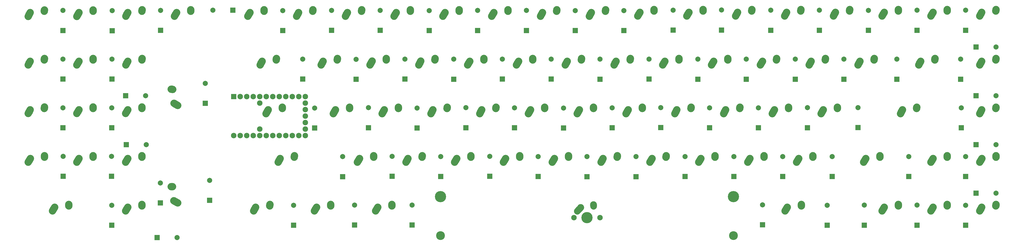
<source format=gbr>
G04 #@! TF.GenerationSoftware,KiCad,Pcbnew,(5.0.0)*
G04 #@! TF.CreationDate,2018-09-24T14:53:38-06:00*
G04 #@! TF.ProjectId,SouthPole,536F757468506F6C652E6B696361645F,rev?*
G04 #@! TF.SameCoordinates,Original*
G04 #@! TF.FileFunction,Soldermask,Bot*
G04 #@! TF.FilePolarity,Negative*
%FSLAX46Y46*%
G04 Gerber Fmt 4.6, Leading zero omitted, Abs format (unit mm)*
G04 Created by KiCad (PCBNEW (5.0.0)) date 09/24/18 14:53:38*
%MOMM*%
%LPD*%
G01*
G04 APERTURE LIST*
%ADD10C,2.900000*%
%ADD11C,2.900000*%
%ADD12C,4.387800*%
%ADD13C,3.448000*%
%ADD14C,2.150000*%
%ADD15C,2.650000*%
%ADD16C,2.650000*%
%ADD17C,2.000000*%
%ADD18R,2.000000X2.000000*%
%ADD19C,2.152600*%
%ADD20R,2.152600X2.152600*%
G04 APERTURE END LIST*
D10*
G04 #@! TO.C,K15*
X94376250Y-65261250D03*
D11*
X94781703Y-64531296D02*
X93970797Y-65991204D01*
D10*
X100301250Y-63741250D03*
D11*
X100320974Y-63451922D02*
X100281526Y-64030578D01*
G04 #@! TD*
D10*
G04 #@! TO.C,K77*
X376395000Y-63647500D03*
D11*
X376414724Y-63358172D02*
X376375276Y-63936828D01*
D10*
X370470000Y-65167500D03*
D11*
X370875453Y-64437546D02*
X370064547Y-65897454D01*
G04 #@! TD*
D10*
G04 #@! TO.C,K79*
X395426250Y-63647500D03*
D11*
X395445974Y-63358172D02*
X395406526Y-63936828D01*
D10*
X389501250Y-65167500D03*
D11*
X389906703Y-64437546D02*
X389095797Y-65897454D01*
G04 #@! TD*
D10*
G04 #@! TO.C,K78*
X390645000Y-82772500D03*
D11*
X390664724Y-82483172D02*
X390625276Y-83061828D01*
D10*
X384720000Y-84292500D03*
D11*
X385125453Y-83562546D02*
X384314547Y-85022454D01*
G04 #@! TD*
D10*
G04 #@! TO.C,K74*
X383520000Y-101803750D03*
D11*
X383539724Y-101514422D02*
X383500276Y-102093078D01*
D10*
X377595000Y-103323750D03*
D11*
X378000453Y-102593796D02*
X377189547Y-104053704D01*
G04 #@! TD*
D10*
G04 #@! TO.C,K70*
X369193750Y-120835000D03*
D11*
X369213474Y-120545672D02*
X369174026Y-121124328D01*
D10*
X363268750Y-122355000D03*
D11*
X363674203Y-121625046D02*
X362863297Y-123084954D01*
G04 #@! TD*
D10*
G04 #@! TO.C,K62*
X338520000Y-139866250D03*
D11*
X338539724Y-139576922D02*
X338500276Y-140155578D01*
D10*
X332595000Y-141386250D03*
D11*
X333000453Y-140656296D02*
X332189547Y-142116204D01*
G04 #@! TD*
D12*
G04 #@! TO.C,K45*
X312056250Y-136495000D03*
X197756250Y-136495000D03*
D13*
X312056250Y-151735000D03*
X197756250Y-151735000D03*
D14*
X259986250Y-144750000D03*
X249826250Y-144750000D03*
D15*
X252406250Y-140750000D03*
D12*
X254906250Y-144750000D03*
D15*
X251751251Y-141480000D03*
D16*
X251096250Y-142210000D02*
X252406252Y-140750000D01*
D15*
X257446250Y-139670000D03*
X257426250Y-139960000D03*
D16*
X257406250Y-140250000D02*
X257446250Y-139670000D01*
G04 #@! TD*
D10*
G04 #@! TO.C,K32*
X178770000Y-139866250D03*
D11*
X178789724Y-139576922D02*
X178750276Y-140155578D01*
D10*
X172845000Y-141386250D03*
D11*
X173250453Y-140656296D02*
X172439547Y-142116204D01*
G04 #@! TD*
D10*
G04 #@! TO.C,K27*
X154893750Y-139855000D03*
D11*
X154913474Y-139565672D02*
X154874026Y-140144328D01*
D10*
X148968750Y-141375000D03*
D11*
X149374203Y-140645046D02*
X148563297Y-142104954D01*
G04 #@! TD*
D10*
G04 #@! TO.C,K21*
X140707500Y-120835000D03*
D11*
X140727224Y-120545672D02*
X140687776Y-121124328D01*
D10*
X134782500Y-122355000D03*
D11*
X135187953Y-121625046D02*
X134377047Y-123084954D01*
G04 #@! TD*
D10*
G04 #@! TO.C,K22*
X131145000Y-139866250D03*
D11*
X131164724Y-139576922D02*
X131125276Y-140155578D01*
D10*
X125220000Y-141386250D03*
D11*
X125625453Y-140656296D02*
X124814547Y-142116204D01*
G04 #@! TD*
D10*
G04 #@! TO.C,K20*
X136020000Y-101803750D03*
D11*
X136039724Y-101514422D02*
X136000276Y-102093078D01*
D10*
X130095000Y-103323750D03*
D11*
X130500453Y-102593796D02*
X129689547Y-104053704D01*
G04 #@! TD*
D10*
G04 #@! TO.C,K19*
X133676250Y-82772500D03*
D11*
X133695974Y-82483172D02*
X133656526Y-83061828D01*
D10*
X127751250Y-84292500D03*
D11*
X128156703Y-83562546D02*
X127345797Y-85022454D01*
G04 #@! TD*
D10*
G04 #@! TO.C,K17*
X92920000Y-132618000D03*
D11*
X92630672Y-132598276D02*
X93209328Y-132637724D01*
D10*
X94440000Y-138543000D03*
D11*
X93710046Y-138137547D02*
X95169954Y-138948453D01*
G04 #@! TD*
D10*
G04 #@! TO.C,K9*
X52707000Y-139845000D03*
D11*
X52726724Y-139555672D02*
X52687276Y-140134328D01*
D10*
X46782000Y-141365000D03*
D11*
X47187453Y-140635046D02*
X46376547Y-142094954D01*
G04 #@! TD*
D10*
G04 #@! TO.C,K16*
X92945000Y-94543000D03*
D11*
X92655672Y-94523276D02*
X93234328Y-94562724D01*
D10*
X94465000Y-100468000D03*
D11*
X93735046Y-100062547D02*
X95194954Y-100873453D01*
G04 #@! TD*
D17*
G04 #@! TO.C,D1*
X50437500Y-63731250D03*
D18*
X50437500Y-71531250D03*
G04 #@! TD*
G04 #@! TO.C,D2*
X50437500Y-90525000D03*
D17*
X50437500Y-82725000D03*
G04 #@! TD*
G04 #@! TO.C,D3*
X50450000Y-101800000D03*
D18*
X50450000Y-109600000D03*
G04 #@! TD*
G04 #@! TO.C,D4*
X50531250Y-128587500D03*
D17*
X50531250Y-120787500D03*
G04 #@! TD*
D18*
G04 #@! TO.C,D5*
X69656250Y-71625000D03*
D17*
X69656250Y-63825000D03*
G04 #@! TD*
D18*
G04 #@! TO.C,D6*
X69562500Y-90562500D03*
D17*
X69562500Y-82762500D03*
G04 #@! TD*
G04 #@! TO.C,D7*
X69500000Y-101800000D03*
D18*
X69500000Y-109600000D03*
G04 #@! TD*
G04 #@! TO.C,D8*
X69375000Y-128587500D03*
D17*
X69375000Y-120787500D03*
G04 #@! TD*
G04 #@! TO.C,D9*
X69475000Y-139912500D03*
D18*
X69475000Y-147712500D03*
G04 #@! TD*
G04 #@! TO.C,D10*
X88500000Y-71493750D03*
D17*
X88500000Y-63693750D03*
G04 #@! TD*
G04 #@! TO.C,D11*
X82650000Y-97050000D03*
D18*
X74850000Y-97050000D03*
G04 #@! TD*
G04 #@! TO.C,D12*
X75100000Y-116225000D03*
D17*
X82900000Y-116225000D03*
G04 #@! TD*
G04 #@! TO.C,D13*
X88425000Y-131200000D03*
D18*
X88425000Y-139000000D03*
G04 #@! TD*
G04 #@! TO.C,D14*
X87175000Y-152525000D03*
D17*
X94975000Y-152525000D03*
G04 #@! TD*
D18*
G04 #@! TO.C,D15*
X116750000Y-63600000D03*
D17*
X108950000Y-63600000D03*
G04 #@! TD*
G04 #@! TO.C,D16*
X106000000Y-92200000D03*
D18*
X106000000Y-100000000D03*
G04 #@! TD*
G04 #@! TO.C,D17*
X107625000Y-137962500D03*
D17*
X107625000Y-130162500D03*
G04 #@! TD*
G04 #@! TO.C,D18*
X136218750Y-63787500D03*
D18*
X136218750Y-71587500D03*
G04 #@! TD*
G04 #@! TO.C,D19*
X144000000Y-90525000D03*
D17*
X144000000Y-82725000D03*
G04 #@! TD*
G04 #@! TO.C,D20*
X148593750Y-101850000D03*
D18*
X148593750Y-109650000D03*
G04 #@! TD*
G04 #@! TO.C,D21*
X159562500Y-128681250D03*
D17*
X159562500Y-120881250D03*
G04 #@! TD*
G04 #@! TO.C,D22*
X140437500Y-139912500D03*
D18*
X140437500Y-147712500D03*
G04 #@! TD*
G04 #@! TO.C,D23*
X155250000Y-71493750D03*
D17*
X155250000Y-63693750D03*
G04 #@! TD*
G04 #@! TO.C,D24*
X164812500Y-82818750D03*
D18*
X164812500Y-90618750D03*
G04 #@! TD*
G04 #@! TO.C,D25*
X169593750Y-109556250D03*
D17*
X169593750Y-101756250D03*
G04 #@! TD*
G04 #@! TO.C,D26*
X178875000Y-120787500D03*
D18*
X178875000Y-128587500D03*
G04 #@! TD*
G04 #@! TO.C,D27*
X164250000Y-147618750D03*
D17*
X164250000Y-139818750D03*
G04 #@! TD*
D18*
G04 #@! TO.C,D28*
X174187500Y-71493750D03*
D17*
X174187500Y-63693750D03*
G04 #@! TD*
D18*
G04 #@! TO.C,D29*
X183843750Y-90525000D03*
D17*
X183843750Y-82725000D03*
G04 #@! TD*
G04 #@! TO.C,D30*
X188625000Y-101850000D03*
D18*
X188625000Y-109650000D03*
G04 #@! TD*
G04 #@! TO.C,D31*
X197812500Y-128643750D03*
D17*
X197812500Y-120843750D03*
G04 #@! TD*
D18*
G04 #@! TO.C,D32*
X186656250Y-147581250D03*
D17*
X186656250Y-139781250D03*
G04 #@! TD*
G04 #@! TO.C,D33*
X193312500Y-63787500D03*
D18*
X193312500Y-71587500D03*
G04 #@! TD*
D17*
G04 #@! TO.C,D34*
X202875000Y-82781250D03*
D18*
X202875000Y-90581250D03*
G04 #@! TD*
D17*
G04 #@! TO.C,D35*
X207656250Y-101756250D03*
D18*
X207656250Y-109556250D03*
G04 #@! TD*
D17*
G04 #@! TO.C,D36*
X216937500Y-120787500D03*
D18*
X216937500Y-128587500D03*
G04 #@! TD*
G04 #@! TO.C,D37*
X212250000Y-71531250D03*
D17*
X212250000Y-63731250D03*
G04 #@! TD*
D18*
G04 #@! TO.C,D38*
X221906250Y-90562500D03*
D17*
X221906250Y-82762500D03*
G04 #@! TD*
G04 #@! TO.C,D39*
X226593750Y-101812500D03*
D18*
X226593750Y-109612500D03*
G04 #@! TD*
G04 #@! TO.C,D40*
X235875000Y-128643750D03*
D17*
X235875000Y-120843750D03*
G04 #@! TD*
D18*
G04 #@! TO.C,D41*
X231281250Y-71531250D03*
D17*
X231281250Y-63731250D03*
G04 #@! TD*
D18*
G04 #@! TO.C,D42*
X240937500Y-90525000D03*
D17*
X240937500Y-82725000D03*
G04 #@! TD*
G04 #@! TO.C,D43*
X245718750Y-101850000D03*
D18*
X245718750Y-109650000D03*
G04 #@! TD*
G04 #@! TO.C,D44*
X254906250Y-128681250D03*
D17*
X254906250Y-120881250D03*
G04 #@! TD*
G04 #@! TO.C,D45*
X323343750Y-139687500D03*
D18*
X323343750Y-147487500D03*
G04 #@! TD*
D17*
G04 #@! TO.C,D46*
X250312500Y-63750000D03*
D18*
X250312500Y-71550000D03*
G04 #@! TD*
D17*
G04 #@! TO.C,D47*
X259968750Y-82781250D03*
D18*
X259968750Y-90581250D03*
G04 #@! TD*
G04 #@! TO.C,D48*
X264750000Y-109593750D03*
D17*
X264750000Y-101793750D03*
G04 #@! TD*
D18*
G04 #@! TO.C,D49*
X274031250Y-128681250D03*
D17*
X274031250Y-120881250D03*
G04 #@! TD*
G04 #@! TO.C,D50*
X269250000Y-63750000D03*
D18*
X269250000Y-71550000D03*
G04 #@! TD*
G04 #@! TO.C,D51*
X279093750Y-90525000D03*
D17*
X279093750Y-82725000D03*
G04 #@! TD*
G04 #@! TO.C,D52*
X283687500Y-101718750D03*
D18*
X283687500Y-109518750D03*
G04 #@! TD*
G04 #@! TO.C,D53*
X293156250Y-128643750D03*
D17*
X293156250Y-120843750D03*
G04 #@! TD*
D18*
G04 #@! TO.C,D54*
X288468750Y-71400000D03*
D17*
X288468750Y-63600000D03*
G04 #@! TD*
D18*
G04 #@! TO.C,D55*
X298125000Y-90581250D03*
D17*
X298125000Y-82781250D03*
G04 #@! TD*
G04 #@! TO.C,D56*
X302718750Y-101812500D03*
D18*
X302718750Y-109612500D03*
G04 #@! TD*
D17*
G04 #@! TO.C,D57*
X312187500Y-120843750D03*
D18*
X312187500Y-128643750D03*
G04 #@! TD*
G04 #@! TO.C,D58*
X307406250Y-71362500D03*
D17*
X307406250Y-63562500D03*
G04 #@! TD*
G04 #@! TO.C,D59*
X317062500Y-82781250D03*
D18*
X317062500Y-90581250D03*
G04 #@! TD*
D17*
G04 #@! TO.C,D60*
X321750000Y-101812500D03*
D18*
X321750000Y-109612500D03*
G04 #@! TD*
G04 #@! TO.C,D61*
X331218750Y-128643750D03*
D17*
X331218750Y-120843750D03*
G04 #@! TD*
G04 #@! TO.C,D62*
X348656250Y-139875000D03*
D18*
X348656250Y-147675000D03*
G04 #@! TD*
G04 #@! TO.C,D63*
X326625000Y-71456250D03*
D17*
X326625000Y-63656250D03*
G04 #@! TD*
G04 #@! TO.C,D64*
X336187500Y-82781250D03*
D18*
X336187500Y-90581250D03*
G04 #@! TD*
D17*
G04 #@! TO.C,D65*
X340875000Y-101756250D03*
D18*
X340875000Y-109556250D03*
G04 #@! TD*
G04 #@! TO.C,D66*
X350531250Y-128643750D03*
D17*
X350531250Y-120843750D03*
G04 #@! TD*
G04 #@! TO.C,D67*
X345562500Y-63656250D03*
D18*
X345562500Y-71456250D03*
G04 #@! TD*
G04 #@! TO.C,D68*
X355125000Y-90581250D03*
D17*
X355125000Y-82781250D03*
G04 #@! TD*
G04 #@! TO.C,D69*
X360656250Y-101718750D03*
D18*
X360656250Y-109518750D03*
G04 #@! TD*
D17*
G04 #@! TO.C,D70*
X380437500Y-120843750D03*
D18*
X380437500Y-128643750D03*
G04 #@! TD*
D17*
G04 #@! TO.C,D71*
X363093750Y-139856250D03*
D18*
X363093750Y-147656250D03*
G04 #@! TD*
G04 #@! TO.C,D72*
X364687500Y-71493750D03*
D17*
X364687500Y-63693750D03*
G04 #@! TD*
D18*
G04 #@! TO.C,D73*
X375750000Y-90581250D03*
D17*
X375750000Y-82781250D03*
G04 #@! TD*
G04 #@! TO.C,D74*
X400968750Y-101812500D03*
D18*
X400968750Y-109612500D03*
G04 #@! TD*
G04 #@! TO.C,D75*
X402656250Y-128643750D03*
D17*
X402656250Y-120843750D03*
G04 #@! TD*
G04 #@! TO.C,D76*
X383625000Y-139856250D03*
D18*
X383625000Y-147656250D03*
G04 #@! TD*
G04 #@! TO.C,D77*
X383625000Y-71456250D03*
D17*
X383625000Y-63656250D03*
G04 #@! TD*
D18*
G04 #@! TO.C,D78*
X400687500Y-90581250D03*
D17*
X400687500Y-82781250D03*
G04 #@! TD*
G04 #@! TO.C,D79*
X402656250Y-63656250D03*
D18*
X402656250Y-71456250D03*
G04 #@! TD*
D17*
G04 #@! TO.C,D80*
X414487500Y-78000000D03*
D18*
X406687500Y-78000000D03*
G04 #@! TD*
D17*
G04 #@! TO.C,D81*
X414468750Y-97031250D03*
D18*
X406668750Y-97031250D03*
G04 #@! TD*
D17*
G04 #@! TO.C,D82*
X414468750Y-116156250D03*
D18*
X406668750Y-116156250D03*
G04 #@! TD*
D17*
G04 #@! TO.C,D83*
X414468750Y-135187500D03*
D18*
X406668750Y-135187500D03*
G04 #@! TD*
G04 #@! TO.C,D84*
X402656250Y-147675000D03*
D17*
X402656250Y-139875000D03*
G04 #@! TD*
D10*
G04 #@! TO.C,K1*
X37235000Y-65310000D03*
D11*
X37640453Y-64580046D02*
X36829547Y-66039954D01*
D10*
X43160000Y-63790000D03*
D11*
X43179724Y-63500672D02*
X43140276Y-64079328D01*
G04 #@! TD*
D10*
G04 #@! TO.C,K2*
X43175000Y-82772500D03*
D11*
X43194724Y-82483172D02*
X43155276Y-83061828D01*
D10*
X37250000Y-84292500D03*
D11*
X37655453Y-83562546D02*
X36844547Y-85022454D01*
G04 #@! TD*
D10*
G04 #@! TO.C,K3*
X37270000Y-103305000D03*
D11*
X37675453Y-102575046D02*
X36864547Y-104034954D01*
D10*
X43195000Y-101785000D03*
D11*
X43214724Y-101495672D02*
X43175276Y-102074328D01*
G04 #@! TD*
D10*
G04 #@! TO.C,K4*
X37282500Y-122355000D03*
D11*
X37687953Y-121625046D02*
X36877047Y-123084954D01*
D10*
X43207500Y-120835000D03*
D11*
X43227224Y-120545672D02*
X43187776Y-121124328D01*
G04 #@! TD*
D10*
G04 #@! TO.C,K5*
X62170000Y-63785000D03*
D11*
X62189724Y-63495672D02*
X62150276Y-64074328D01*
D10*
X56245000Y-65305000D03*
D11*
X56650453Y-64575046D02*
X55839547Y-66034954D01*
G04 #@! TD*
D10*
G04 #@! TO.C,K6*
X62175000Y-82772500D03*
D11*
X62194724Y-82483172D02*
X62155276Y-83061828D01*
D10*
X56250000Y-84292500D03*
D11*
X56655453Y-83562546D02*
X55844547Y-85022454D01*
G04 #@! TD*
D10*
G04 #@! TO.C,K7*
X62195000Y-101785000D03*
D11*
X62214724Y-101495672D02*
X62175276Y-102074328D01*
D10*
X56270000Y-103305000D03*
D11*
X56675453Y-102575046D02*
X55864547Y-104034954D01*
G04 #@! TD*
D10*
G04 #@! TO.C,K8*
X62200000Y-120830000D03*
D11*
X62219724Y-120540672D02*
X62180276Y-121119328D01*
D10*
X56275000Y-122350000D03*
D11*
X56680453Y-121620046D02*
X55869547Y-123079954D01*
G04 #@! TD*
D10*
G04 #@! TO.C,K10*
X81270000Y-63741250D03*
D11*
X81289724Y-63451922D02*
X81250276Y-64030578D01*
D10*
X75345000Y-65261250D03*
D11*
X75750453Y-64531296D02*
X74939547Y-65991204D01*
G04 #@! TD*
D10*
G04 #@! TO.C,K11*
X75345000Y-84292500D03*
D11*
X75750453Y-83562546D02*
X74939547Y-85022454D01*
D10*
X81270000Y-82772500D03*
D11*
X81289724Y-82483172D02*
X81250276Y-83061828D01*
G04 #@! TD*
D10*
G04 #@! TO.C,K12*
X81245000Y-101785000D03*
D11*
X81264724Y-101495672D02*
X81225276Y-102074328D01*
D10*
X75320000Y-103305000D03*
D11*
X75725453Y-102575046D02*
X74914547Y-104034954D01*
G04 #@! TD*
D10*
G04 #@! TO.C,K13*
X81225000Y-120830000D03*
D11*
X81244724Y-120540672D02*
X81205276Y-121119328D01*
D10*
X75300000Y-122350000D03*
D11*
X75705453Y-121620046D02*
X74894547Y-123079954D01*
G04 #@! TD*
D10*
G04 #@! TO.C,K14*
X81250000Y-139830000D03*
D11*
X81269724Y-139540672D02*
X81230276Y-140119328D01*
D10*
X75325000Y-141350000D03*
D11*
X75730453Y-140620046D02*
X74919547Y-142079954D01*
G04 #@! TD*
D10*
G04 #@! TO.C,K18*
X128895000Y-63741250D03*
D11*
X128914724Y-63451922D02*
X128875276Y-64030578D01*
D10*
X122970000Y-65261250D03*
D11*
X123375453Y-64531296D02*
X122564547Y-65991204D01*
G04 #@! TD*
D10*
G04 #@! TO.C,K23*
X142001250Y-65261250D03*
D11*
X142406703Y-64531296D02*
X141595797Y-65991204D01*
D10*
X147926250Y-63741250D03*
D11*
X147945974Y-63451922D02*
X147906526Y-64030578D01*
G04 #@! TD*
D10*
G04 #@! TO.C,K24*
X157488750Y-82772500D03*
D11*
X157508474Y-82483172D02*
X157469026Y-83061828D01*
D10*
X151563750Y-84292500D03*
D11*
X151969203Y-83562546D02*
X151158297Y-85022454D01*
G04 #@! TD*
D10*
G04 #@! TO.C,K25*
X156345000Y-103323750D03*
D11*
X156750453Y-102593796D02*
X155939547Y-104053704D01*
D10*
X162270000Y-101803750D03*
D11*
X162289724Y-101514422D02*
X162250276Y-102093078D01*
G04 #@! TD*
D10*
G04 #@! TO.C,K26*
X165720000Y-122355000D03*
D11*
X166125453Y-121625046D02*
X165314547Y-123084954D01*
D10*
X171645000Y-120835000D03*
D11*
X171664724Y-120545672D02*
X171625276Y-121124328D01*
G04 #@! TD*
D10*
G04 #@! TO.C,K28*
X166957500Y-63741250D03*
D11*
X166977224Y-63451922D02*
X166937776Y-64030578D01*
D10*
X161032500Y-65261250D03*
D11*
X161437953Y-64531296D02*
X160627047Y-65991204D01*
G04 #@! TD*
D10*
G04 #@! TO.C,K29*
X170625000Y-84281250D03*
D11*
X171030453Y-83551296D02*
X170219547Y-85011204D01*
D10*
X176550000Y-82761250D03*
D11*
X176569724Y-82471922D02*
X176530276Y-83050578D01*
G04 #@! TD*
D10*
G04 #@! TO.C,K30*
X181301250Y-101803750D03*
D11*
X181320974Y-101514422D02*
X181281526Y-102093078D01*
D10*
X175376250Y-103323750D03*
D11*
X175781703Y-102593796D02*
X174970797Y-104053704D01*
G04 #@! TD*
D10*
G04 #@! TO.C,K31*
X184657500Y-122355000D03*
D11*
X185062953Y-121625046D02*
X184252047Y-123084954D01*
D10*
X190582500Y-120835000D03*
D11*
X190602224Y-120545672D02*
X190562776Y-121124328D01*
G04 #@! TD*
D10*
G04 #@! TO.C,K33*
X185988750Y-63741250D03*
D11*
X186008474Y-63451922D02*
X185969026Y-64030578D01*
D10*
X180063750Y-65261250D03*
D11*
X180469203Y-64531296D02*
X179658297Y-65991204D01*
G04 #@! TD*
D10*
G04 #@! TO.C,K34*
X189656250Y-84281250D03*
D11*
X190061703Y-83551296D02*
X189250797Y-85011204D01*
D10*
X195581250Y-82761250D03*
D11*
X195600974Y-82471922D02*
X195561526Y-83050578D01*
G04 #@! TD*
D10*
G04 #@! TO.C,K35*
X200332500Y-101803750D03*
D11*
X200352224Y-101514422D02*
X200312776Y-102093078D01*
D10*
X194407500Y-103323750D03*
D11*
X194812953Y-102593796D02*
X194002047Y-104053704D01*
G04 #@! TD*
D10*
G04 #@! TO.C,K36*
X203688750Y-122355000D03*
D11*
X204094203Y-121625046D02*
X203283297Y-123084954D01*
D10*
X209613750Y-120835000D03*
D11*
X209633474Y-120545672D02*
X209594026Y-121124328D01*
G04 #@! TD*
D10*
G04 #@! TO.C,K37*
X205020000Y-63741250D03*
D11*
X205039724Y-63451922D02*
X205000276Y-64030578D01*
D10*
X199095000Y-65261250D03*
D11*
X199500453Y-64531296D02*
X198689547Y-65991204D01*
G04 #@! TD*
D10*
G04 #@! TO.C,K38*
X214676250Y-82772500D03*
D11*
X214695974Y-82483172D02*
X214656526Y-83061828D01*
D10*
X208751250Y-84292500D03*
D11*
X209156703Y-83562546D02*
X208345797Y-85022454D01*
G04 #@! TD*
D10*
G04 #@! TO.C,K39*
X213438750Y-103323750D03*
D11*
X213844203Y-102593796D02*
X213033297Y-104053704D01*
D10*
X219363750Y-101803750D03*
D11*
X219383474Y-101514422D02*
X219344026Y-102093078D01*
G04 #@! TD*
D10*
G04 #@! TO.C,K40*
X228645000Y-120835000D03*
D11*
X228664724Y-120545672D02*
X228625276Y-121124328D01*
D10*
X222720000Y-122355000D03*
D11*
X223125453Y-121625046D02*
X222314547Y-123084954D01*
G04 #@! TD*
D10*
G04 #@! TO.C,K41*
X218126250Y-65261250D03*
D11*
X218531703Y-64531296D02*
X217720797Y-65991204D01*
D10*
X224051250Y-63741250D03*
D11*
X224070974Y-63451922D02*
X224031526Y-64030578D01*
G04 #@! TD*
D10*
G04 #@! TO.C,K42*
X227782500Y-84292500D03*
D11*
X228187953Y-83562546D02*
X227377047Y-85022454D01*
D10*
X233707500Y-82772500D03*
D11*
X233727224Y-82483172D02*
X233687776Y-83061828D01*
G04 #@! TD*
D10*
G04 #@! TO.C,K43*
X232470000Y-103323750D03*
D11*
X232875453Y-102593796D02*
X232064547Y-104053704D01*
D10*
X238395000Y-101803750D03*
D11*
X238414724Y-101514422D02*
X238375276Y-102093078D01*
G04 #@! TD*
D10*
G04 #@! TO.C,K44*
X247676250Y-120835000D03*
D11*
X247695974Y-120545672D02*
X247656526Y-121124328D01*
D10*
X241751250Y-122355000D03*
D11*
X242156703Y-121625046D02*
X241345797Y-123084954D01*
G04 #@! TD*
D10*
G04 #@! TO.C,K46*
X243082500Y-63741250D03*
D11*
X243102224Y-63451922D02*
X243062776Y-64030578D01*
D10*
X237157500Y-65261250D03*
D11*
X237562953Y-64531296D02*
X236752047Y-65991204D01*
G04 #@! TD*
D10*
G04 #@! TO.C,K47*
X246813750Y-84292500D03*
D11*
X247219203Y-83562546D02*
X246408297Y-85022454D01*
D10*
X252738750Y-82772500D03*
D11*
X252758474Y-82483172D02*
X252719026Y-83061828D01*
G04 #@! TD*
D10*
G04 #@! TO.C,K48*
X257426250Y-101803750D03*
D11*
X257445974Y-101514422D02*
X257406526Y-102093078D01*
D10*
X251501250Y-103323750D03*
D11*
X251906703Y-102593796D02*
X251095797Y-104053704D01*
G04 #@! TD*
D10*
G04 #@! TO.C,K49*
X260782500Y-122355000D03*
D11*
X261187953Y-121625046D02*
X260377047Y-123084954D01*
D10*
X266707500Y-120835000D03*
D11*
X266727224Y-120545672D02*
X266687776Y-121124328D01*
G04 #@! TD*
D10*
G04 #@! TO.C,K50*
X256188750Y-65261250D03*
D11*
X256594203Y-64531296D02*
X255783297Y-65991204D01*
D10*
X262113750Y-63741250D03*
D11*
X262133474Y-63451922D02*
X262094026Y-64030578D01*
G04 #@! TD*
D10*
G04 #@! TO.C,K51*
X265845000Y-84292500D03*
D11*
X266250453Y-83562546D02*
X265439547Y-85022454D01*
D10*
X271770000Y-82772500D03*
D11*
X271789724Y-82483172D02*
X271750276Y-83061828D01*
G04 #@! TD*
D10*
G04 #@! TO.C,K52*
X276457500Y-101803750D03*
D11*
X276477224Y-101514422D02*
X276437776Y-102093078D01*
D10*
X270532500Y-103323750D03*
D11*
X270937953Y-102593796D02*
X270127047Y-104053704D01*
G04 #@! TD*
D10*
G04 #@! TO.C,K53*
X279843750Y-122343750D03*
D11*
X280249203Y-121613796D02*
X279438297Y-123073704D01*
D10*
X285768750Y-120823750D03*
D11*
X285788474Y-120534422D02*
X285749026Y-121113078D01*
G04 #@! TD*
D10*
G04 #@! TO.C,K54*
X275126250Y-65167500D03*
D11*
X275531703Y-64437546D02*
X274720797Y-65897454D01*
D10*
X281051250Y-63647500D03*
D11*
X281070974Y-63358172D02*
X281031526Y-63936828D01*
G04 #@! TD*
D10*
G04 #@! TO.C,K55*
X290801250Y-82772500D03*
D11*
X290820974Y-82483172D02*
X290781526Y-83061828D01*
D10*
X284876250Y-84292500D03*
D11*
X285281703Y-83562546D02*
X284470797Y-85022454D01*
G04 #@! TD*
D10*
G04 #@! TO.C,K56*
X295488750Y-101803750D03*
D11*
X295508474Y-101514422D02*
X295469026Y-102093078D01*
D10*
X289563750Y-103323750D03*
D11*
X289969203Y-102593796D02*
X289158297Y-104053704D01*
G04 #@! TD*
D10*
G04 #@! TO.C,K57*
X298938750Y-122355000D03*
D11*
X299344203Y-121625046D02*
X298533297Y-123084954D01*
D10*
X304863750Y-120835000D03*
D11*
X304883474Y-120545672D02*
X304844026Y-121124328D01*
G04 #@! TD*
D10*
G04 #@! TO.C,K58*
X300176250Y-63647500D03*
D11*
X300195974Y-63358172D02*
X300156526Y-63936828D01*
D10*
X294251250Y-65167500D03*
D11*
X294656703Y-64437546D02*
X293845797Y-65897454D01*
G04 #@! TD*
D10*
G04 #@! TO.C,K59*
X309832500Y-82772500D03*
D11*
X309852224Y-82483172D02*
X309812776Y-83061828D01*
D10*
X303907500Y-84292500D03*
D11*
X304312953Y-83562546D02*
X303502047Y-85022454D01*
G04 #@! TD*
D10*
G04 #@! TO.C,K60*
X308595000Y-103323750D03*
D11*
X309000453Y-102593796D02*
X308189547Y-104053704D01*
D10*
X314520000Y-101803750D03*
D11*
X314539724Y-101514422D02*
X314500276Y-102093078D01*
G04 #@! TD*
D10*
G04 #@! TO.C,K61*
X323988750Y-120835000D03*
D11*
X324008474Y-120545672D02*
X323969026Y-121124328D01*
D10*
X318063750Y-122355000D03*
D11*
X318469203Y-121625046D02*
X317658297Y-123084954D01*
G04 #@! TD*
D10*
G04 #@! TO.C,K63*
X313282500Y-65167500D03*
D11*
X313687953Y-64437546D02*
X312877047Y-65897454D01*
D10*
X319207500Y-63647500D03*
D11*
X319227224Y-63358172D02*
X319187776Y-63936828D01*
G04 #@! TD*
D10*
G04 #@! TO.C,K64*
X328863750Y-82772500D03*
D11*
X328883474Y-82483172D02*
X328844026Y-83061828D01*
D10*
X322938750Y-84292500D03*
D11*
X323344203Y-83562546D02*
X322533297Y-85022454D01*
G04 #@! TD*
D10*
G04 #@! TO.C,K65*
X333551250Y-101803750D03*
D11*
X333570974Y-101514422D02*
X333531526Y-102093078D01*
D10*
X327626250Y-103323750D03*
D11*
X328031703Y-102593796D02*
X327220797Y-104053704D01*
G04 #@! TD*
D10*
G04 #@! TO.C,K66*
X337095000Y-122355000D03*
D11*
X337500453Y-121625046D02*
X336689547Y-123084954D01*
D10*
X343020000Y-120835000D03*
D11*
X343039724Y-120545672D02*
X343000276Y-121124328D01*
G04 #@! TD*
D10*
G04 #@! TO.C,K67*
X338332500Y-63647500D03*
D11*
X338352224Y-63358172D02*
X338312776Y-63936828D01*
D10*
X332407500Y-65167500D03*
D11*
X332812953Y-64437546D02*
X332002047Y-65897454D01*
G04 #@! TD*
D10*
G04 #@! TO.C,K68*
X347895000Y-82772500D03*
D11*
X347914724Y-82483172D02*
X347875276Y-83061828D01*
D10*
X341970000Y-84292500D03*
D11*
X342375453Y-83562546D02*
X341564547Y-85022454D01*
G04 #@! TD*
D10*
G04 #@! TO.C,K69*
X346657500Y-103323750D03*
D11*
X347062953Y-102593796D02*
X346252047Y-104053704D01*
D10*
X352582500Y-101803750D03*
D11*
X352602224Y-101514422D02*
X352562776Y-102093078D01*
G04 #@! TD*
D10*
G04 #@! TO.C,K71*
X376395000Y-139866250D03*
D11*
X376414724Y-139576922D02*
X376375276Y-140155578D01*
D10*
X370470000Y-141386250D03*
D11*
X370875453Y-140656296D02*
X370064547Y-142116204D01*
G04 #@! TD*
D10*
G04 #@! TO.C,K72*
X351438750Y-65167500D03*
D11*
X351844203Y-64437546D02*
X351033297Y-65897454D01*
D10*
X357363750Y-63647500D03*
D11*
X357383474Y-63358172D02*
X357344026Y-63936828D01*
G04 #@! TD*
D10*
G04 #@! TO.C,K73*
X361018750Y-84292500D03*
D11*
X361424203Y-83562546D02*
X360613297Y-85022454D01*
D10*
X366943750Y-82772500D03*
D11*
X366963474Y-82483172D02*
X366924026Y-83061828D01*
G04 #@! TD*
D10*
G04 #@! TO.C,K75*
X389501250Y-122355000D03*
D11*
X389906703Y-121625046D02*
X389095797Y-123084954D01*
D10*
X395426250Y-120835000D03*
D11*
X395445974Y-120545672D02*
X395406526Y-121124328D01*
G04 #@! TD*
D10*
G04 #@! TO.C,K76*
X389501250Y-141386250D03*
D11*
X389906703Y-140656296D02*
X389095797Y-142116204D01*
D10*
X395426250Y-139866250D03*
D11*
X395445974Y-139576922D02*
X395406526Y-140155578D01*
G04 #@! TD*
D10*
G04 #@! TO.C,K80*
X414457500Y-63647500D03*
D11*
X414477224Y-63358172D02*
X414437776Y-63936828D01*
D10*
X408532500Y-65167500D03*
D11*
X408937953Y-64437546D02*
X408127047Y-65897454D01*
G04 #@! TD*
D10*
G04 #@! TO.C,K81*
X414457500Y-82772500D03*
D11*
X414477224Y-82483172D02*
X414437776Y-83061828D01*
D10*
X408532500Y-84292500D03*
D11*
X408937953Y-83562546D02*
X408127047Y-85022454D01*
G04 #@! TD*
D10*
G04 #@! TO.C,K82*
X408532500Y-103323750D03*
D11*
X408937953Y-102593796D02*
X408127047Y-104053704D01*
D10*
X414457500Y-101803750D03*
D11*
X414477224Y-101514422D02*
X414437776Y-102093078D01*
G04 #@! TD*
D10*
G04 #@! TO.C,K83*
X408550000Y-122355000D03*
D11*
X408955453Y-121625046D02*
X408144547Y-123084954D01*
D10*
X414475000Y-120835000D03*
D11*
X414494724Y-120545672D02*
X414455276Y-121124328D01*
G04 #@! TD*
D10*
G04 #@! TO.C,K84*
X414457500Y-139866250D03*
D11*
X414477224Y-139576922D02*
X414437776Y-140155578D01*
D10*
X408532500Y-141386250D03*
D11*
X408937953Y-140656296D02*
X408127047Y-142116204D01*
G04 #@! TD*
D19*
G04 #@! TO.C,U1*
X127190000Y-99920000D03*
X127190000Y-110080000D03*
X117030000Y-112620000D03*
X119570000Y-112620000D03*
X122110000Y-112620000D03*
X124650000Y-112620000D03*
X127190000Y-112620000D03*
X129730000Y-112620000D03*
X132270000Y-112620000D03*
X134810000Y-112620000D03*
X137350000Y-112620000D03*
X139890000Y-112620000D03*
X142430000Y-112620000D03*
X144970000Y-112620000D03*
X144970000Y-110080000D03*
X144970000Y-107540000D03*
X144970000Y-105000000D03*
X144970000Y-102460000D03*
X144970000Y-99920000D03*
X144970000Y-97380000D03*
X142430000Y-97380000D03*
X139890000Y-97380000D03*
X137350000Y-97380000D03*
X134810000Y-97380000D03*
X132270000Y-97380000D03*
X129730000Y-97380000D03*
X127190000Y-97380000D03*
X124650000Y-97380000D03*
X122110000Y-97380000D03*
X119570000Y-97380000D03*
D20*
X117030000Y-97380000D03*
G04 #@! TD*
M02*

</source>
